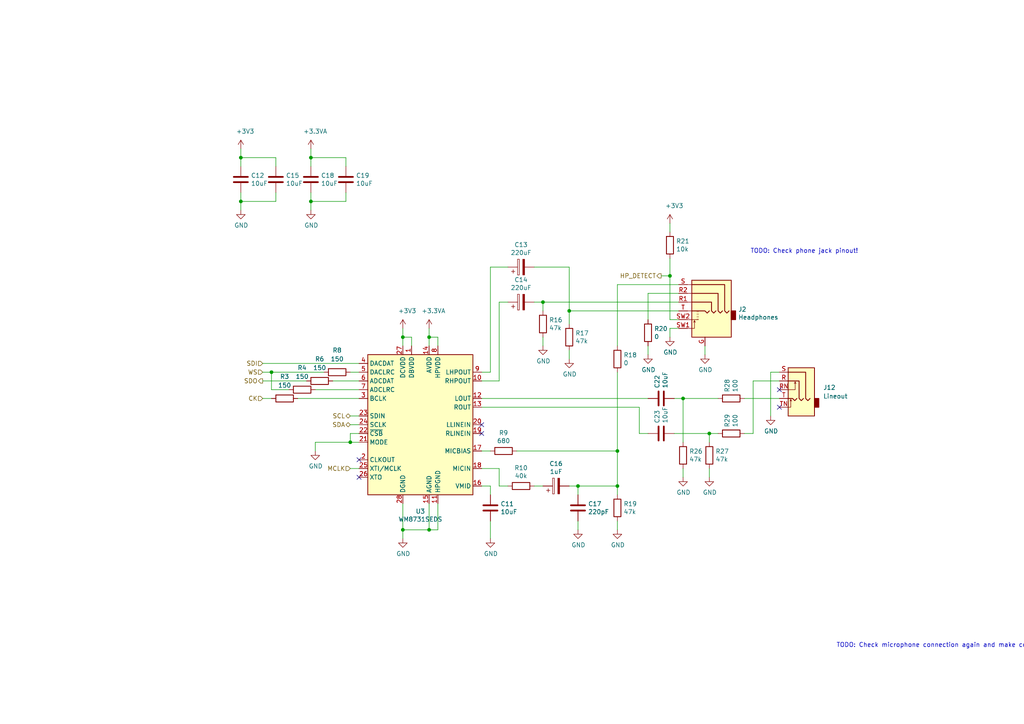
<source format=kicad_sch>
(kicad_sch (version 20210621) (generator eeschema)
  (paper "A4")
  (lib_symbols
    (symbol "Audio:WM8731SEDS"
      (property "Reference" "U" (at -13.97 21.59 0))
      (property "Value" "WM8731SEDS" (at 0 5.08 0))
      (symbol "WM8731SEDS_0_1"
        (rectangle (start -15.24 20.32) (end 15.24 -20.32) (stroke (width 0.254)) (fill (type background)))
      )
      (symbol "WM8731SEDS_1_1"
        (pin power_in line (at -2.54 22.86 270) (length 2.54) (name "DBVDD") (number "1"))
        (pin output line (at 17.78 12.7 180) (length 2.54) (name "RHPOUT") (number "10"))
        (pin power_in line (at 5.08 -22.86 90) (length 2.54) (name "HPGND") (number "11"))
        (pin output line (at 17.78 7.62 180) (length 2.54) (name "LOUT") (number "12"))
        (pin output line (at 17.78 5.08 180) (length 2.54) (name "ROUT") (number "13"))
        (pin power_in line (at 2.54 22.86 270) (length 2.54) (name "AVDD") (number "14"))
        (pin power_in line (at 2.54 -22.86 90) (length 2.54) (name "AGND") (number "15"))
        (pin passive line (at 17.78 -17.78 180) (length 2.54) (name "VMID") (number "16"))
        (pin output line (at 17.78 -7.62 180) (length 2.54) (name "MICBIAS") (number "17"))
        (pin input line (at 17.78 -12.7 180) (length 2.54) (name "MICIN") (number "18"))
        (pin input line (at 17.78 -2.54 180) (length 2.54) (name "RLINEIN") (number "19"))
        (pin output line (at -17.78 -10.16 0) (length 2.54) (name "CLKOUT") (number "2"))
        (pin input line (at 17.78 0 180) (length 2.54) (name "LLINEIN") (number "20"))
        (pin input line (at -17.78 -5.08 0) (length 2.54) (name "MODE") (number "21"))
        (pin input line (at -17.78 -2.54 0) (length 2.54) (name "~{CSB}") (number "22"))
        (pin bidirectional line (at -17.78 2.54 0) (length 2.54) (name "SDIN") (number "23"))
        (pin input line (at -17.78 0 0) (length 2.54) (name "SCLK") (number "24"))
        (pin input line (at -17.78 -12.7 0) (length 2.54) (name "XTI/MCLK") (number "25"))
        (pin output line (at -17.78 -15.24 0) (length 2.54) (name "XTO") (number "26"))
        (pin power_in line (at -5.08 22.86 270) (length 2.54) (name "DCVDD") (number "27"))
        (pin power_in line (at -5.08 -22.86 90) (length 2.54) (name "DGND") (number "28"))
        (pin bidirectional line (at -17.78 7.62 0) (length 2.54) (name "BCLK") (number "3"))
        (pin input line (at -17.78 17.78 0) (length 2.54) (name "DACDAT") (number "4"))
        (pin bidirectional line (at -17.78 15.24 0) (length 2.54) (name "DACLRC") (number "5"))
        (pin output line (at -17.78 12.7 0) (length 2.54) (name "ADCDAT") (number "6"))
        (pin bidirectional line (at -17.78 10.16 0) (length 2.54) (name "ADCLRC") (number "7"))
        (pin power_in line (at 5.08 22.86 270) (length 2.54) (name "HPVDD") (number "8"))
        (pin output line (at 17.78 15.24 180) (length 2.54) (name "LHPOUT") (number "9"))
      )
    )
    (symbol "Connector:AudioJack3_SwitchTR"
      (property "Reference" "J" (at 0 8.89 0))
      (property "Value" "AudioJack3_SwitchTR" (at 0 6.35 0))
      (symbol "AudioJack3_SwitchTR_0_1"
        (rectangle (start -5.08 -5.08) (end -6.35 -7.62) (stroke (width 0.254)) (fill (type outline)))
        (polyline (pts (xy 0.508 -0.254) (xy 0.762 -0.762)))
        (polyline (pts (xy 1.778 -5.334) (xy 2.032 -5.842)))
        (polyline (pts (xy 0 -5.08) (xy 0.635 -5.715) (xy 1.27 -5.08) (xy 2.54 -5.08)) (stroke (width 0.254)))
        (polyline (pts (xy 2.54 -7.62) (xy 1.778 -7.62) (xy 1.778 -5.334) (xy 1.524 -5.842)))
        (polyline (pts (xy 2.54 -2.54) (xy 0.508 -2.54) (xy 0.508 -0.254) (xy 0.254 -0.762)))
        (polyline (pts (xy -1.905 -5.08) (xy -1.27 -5.715) (xy -0.635 -5.08) (xy -0.635 0) (xy 2.54 0)) (stroke (width 0.254)))
        (polyline (pts (xy 2.54 2.54) (xy -2.54 2.54) (xy -2.54 -5.08) (xy -3.175 -5.715) (xy -3.81 -5.08)) (stroke (width 0.254)))
        (rectangle (start 2.54 3.81) (end -5.08 -10.16) (stroke (width 0.254)) (fill (type background)))
      )
      (symbol "AudioJack3_SwitchTR_1_1"
        (pin passive line (at 5.08 0 180) (length 2.54) (name "~") (number "R"))
        (pin passive line (at 5.08 -2.54 180) (length 2.54) (name "~") (number "RN"))
        (pin passive line (at 5.08 2.54 180) (length 2.54) (name "~") (number "S"))
        (pin passive line (at 5.08 -5.08 180) (length 2.54) (name "~") (number "T"))
        (pin passive line (at 5.08 -7.62 180) (length 2.54) (name "~") (number "TN"))
      )
    )
    (symbol "Device:C" (pin_numbers hide) (pin_names (offset 0.254))
      (property "Reference" "C" (at 0.635 2.54 0))
      (property "Value" "C" (at 0.635 -2.54 0))
      (symbol "C_0_1"
        (polyline (pts (xy -2.032 -0.762) (xy 2.032 -0.762)) (stroke (width 0.508)))
        (polyline (pts (xy -2.032 0.762) (xy 2.032 0.762)) (stroke (width 0.508)))
      )
      (symbol "C_1_1"
        (pin passive line (at 0 3.81 270) (length 2.794) (name "~") (number "1"))
        (pin passive line (at 0 -3.81 90) (length 2.794) (name "~") (number "2"))
      )
    )
    (symbol "Device:C_Polarized" (pin_numbers hide) (pin_names (offset 0.254))
      (property "Reference" "C" (at 0.635 2.54 0))
      (property "Value" "C_Polarized" (at 0.635 -2.54 0))
      (symbol "C_Polarized_0_1"
        (rectangle (start -2.286 0.508) (end 2.286 1.016))
        (polyline (pts (xy -1.778 2.286) (xy -0.762 2.286)))
        (polyline (pts (xy -1.27 2.794) (xy -1.27 1.778)))
        (rectangle (start 2.286 -0.508) (end -2.286 -1.016) (fill (type outline)))
      )
      (symbol "C_Polarized_1_1"
        (pin passive line (at 0 3.81 270) (length 2.794) (name "~") (number "1"))
        (pin passive line (at 0 -3.81 90) (length 2.794) (name "~") (number "2"))
      )
    )
    (symbol "Device:R" (pin_numbers hide) (pin_names (offset 0))
      (property "Reference" "R" (at 2.032 0 90))
      (property "Value" "R" (at 0 0 90))
      (symbol "R_0_1"
        (rectangle (start -1.016 -2.54) (end 1.016 2.54) (stroke (width 0.254)))
      )
      (symbol "R_1_1"
        (pin passive line (at 0 3.81 270) (length 1.27) (name "~") (number "1"))
        (pin passive line (at 0 -3.81 90) (length 1.27) (name "~") (number "2"))
      )
    )
    (symbol "HackAmp-Symbols:AudioJack4_Ground_IsolatedSwitch"
      (property "Reference" "J" (at 0 11.43 0))
      (property "Value" "AudioJack4_Ground_IsolatedSwitch" (at 0 8.89 0))
      (symbol "AudioJack4_Ground_IsolatedSwitch_0_1"
        (rectangle (start -7.62 -2.54) (end -8.89 -5.08) (stroke (width 0.254)) (fill (type outline)))
        (rectangle (start -7.62 6.35) (end 3.81 -10.16) (stroke (width 0.254)) (fill (type background)))
        (polyline (pts (xy 1.905 -5.08) (xy 1.905 -4.826)) (stroke (width 0.001)))
        (polyline (pts (xy 1.905 -4.445) (xy 1.905 -4.064)) (stroke (width 0.001)))
        (polyline (pts (xy 1.905 -3.683) (xy 1.905 -3.302)) (stroke (width 0.001)))
        (polyline (pts (xy 1.905 -2.921) (xy 1.905 -2.54)) (stroke (width 0.001)))
        (polyline (pts (xy 2.286 -5.08) (xy 2.286 -4.826)) (stroke (width 0.001)))
        (polyline (pts (xy 2.286 -4.445) (xy 2.286 -4.064)) (stroke (width 0.001)))
        (polyline (pts (xy 2.286 -3.683) (xy 2.286 -3.302)) (stroke (width 0.001)))
        (polyline (pts (xy 2.286 -2.921) (xy 2.286 -2.54)) (stroke (width 0.001)))
        (polyline (pts (xy 3.81 2.54) (xy 5.08 2.54)))
        (polyline (pts (xy 5.08 -5.08) (xy 1.905 -5.08)))
        (polyline (pts (xy 5.08 -2.54) (xy 3.81 -2.54)))
        (polyline (pts (xy 5.08 0) (xy 3.81 0)))
        (polyline (pts (xy 5.08 5.08) (xy 3.81 5.08)))
      )
      (symbol "AudioJack4_Ground_IsolatedSwitch_1_1"
        (polyline (pts (xy 3.048 -5.334) (xy 3.302 -5.842)))
        (polyline (pts (xy -1.27 -2.54) (xy -0.635 -3.175) (xy 0 -2.54) (xy 3.81 -2.54)) (stroke (width 0.254)))
        (polyline (pts (xy 5.08 -7.62) (xy 3.048 -7.62) (xy 3.048 -5.334) (xy 2.794 -5.842)))
        (polyline (pts (xy -3.175 -2.54) (xy -2.54 -3.175) (xy -1.905 -2.54) (xy -1.905 0) (xy 3.81 0)) (stroke (width 0.254)))
        (polyline (pts (xy 3.81 2.54) (xy -3.81 2.54) (xy -3.81 -2.54) (xy -4.445 -3.175) (xy -5.08 -2.54)) (stroke (width 0.254)))
        (polyline (pts (xy 3.81 5.08) (xy -5.715 5.08) (xy -5.715 -2.54) (xy -6.35 -3.175) (xy -6.985 -2.54)) (stroke (width 0.254)))
        (pin passive line (at 0 -12.7 90) (length 2.54) (name "~") (number "G"))
        (pin passive line (at 7.62 0 180) (length 2.54) (name "~") (number "R1"))
        (pin passive line (at 7.62 2.54 180) (length 2.54) (name "~") (number "R2"))
        (pin passive line (at 7.62 5.08 180) (length 2.54) (name "~") (number "S"))
        (pin passive line (at 7.62 -7.62 180) (length 2.54) (name "~") (number "SW1"))
        (pin passive line (at 7.62 -5.08 180) (length 2.54) (name "~") (number "SW2"))
        (pin passive line (at 7.62 -2.54 180) (length 2.54) (name "~") (number "T"))
      )
    )
    (symbol "power:+3.3VA" (power) (pin_names (offset 0))
      (property "Value" "+3.3VA" (at 0 3.556 0))
      (symbol "+3.3VA_0_1"
        (polyline (pts (xy -0.762 1.27) (xy 0 2.54)))
        (polyline (pts (xy 0 0) (xy 0 2.54)))
        (polyline (pts (xy 0 2.54) (xy 0.762 1.27)))
      )
      (symbol "+3.3VA_1_1"
        (pin power_in line (at 0 0 90) (length 0) hide (name "+3.3VA") (number "1"))
      )
    )
    (symbol "power:+3V3" (power) (pin_names (offset 0))
      (property "Value" "+3V3" (at 0 3.556 0))
      (symbol "+3V3_0_1"
        (polyline (pts (xy -0.762 1.27) (xy 0 2.54)))
        (polyline (pts (xy 0 0) (xy 0 2.54)))
        (polyline (pts (xy 0 2.54) (xy 0.762 1.27)))
      )
      (symbol "+3V3_1_1"
        (pin power_in line (at 0 0 90) (length 0) hide (name "+3V3") (number "1"))
      )
    )
    (symbol "power:GND" (power) (pin_names (offset 0))
      (property "Value" "GND" (at 0 -3.81 0))
      (symbol "GND_0_1"
        (polyline (pts (xy 0 0) (xy 0 -1.27) (xy 1.27 -1.27) (xy 0 -2.54) (xy -1.27 -1.27) (xy 0 -1.27)))
      )
      (symbol "GND_1_1"
        (pin power_in line (at 0 0 270) (length 0) hide (name "GND") (number "1"))
      )
    )
  )
  (junction (at 69.85 45.72) (diameter 0.9144))
  (junction (at 69.85 58.42) (diameter 0.9144))
  (junction (at 78.74 107.95) (diameter 0.9144))
  (junction (at 90.17 45.72) (diameter 0.9144))
  (junction (at 90.17 58.42) (diameter 0.9144))
  (junction (at 101.6 128.27) (diameter 0.9144))
  (junction (at 116.84 97.79) (diameter 0.9144))
  (junction (at 116.84 153.67) (diameter 0.9144))
  (junction (at 124.46 97.79) (diameter 0.9144))
  (junction (at 124.46 153.67) (diameter 0.9144))
  (junction (at 157.48 87.63) (diameter 0.9144))
  (junction (at 165.1 90.17) (diameter 0.9144))
  (junction (at 167.64 140.97) (diameter 0.9144))
  (junction (at 179.07 130.81) (diameter 0.9144))
  (junction (at 179.07 140.97) (diameter 0.9144))
  (junction (at 194.31 80.01) (diameter 0.9144))
  (junction (at 198.12 115.57))
  (junction (at 205.74 125.73))
  (no_connect (at 104.14 133.35))
  (no_connect (at 104.14 138.43))
  (no_connect (at 139.7 123.19))
  (no_connect (at 139.7 125.73))
  (no_connect (at 226.06 113.03))
  (no_connect (at 226.06 118.11))
  (wire (pts (xy 69.85 43.18) (xy 69.85 45.72)))
  (wire (pts (xy 69.85 45.72) (xy 80.01 45.72)))
  (wire (pts (xy 69.85 48.26) (xy 69.85 45.72)))
  (wire (pts (xy 69.85 55.88) (xy 69.85 58.42)))
  (wire (pts (xy 69.85 58.42) (xy 69.85 60.96)))
  (wire (pts (xy 69.85 58.42) (xy 80.01 58.42)))
  (wire (pts (xy 76.2 105.41) (xy 104.14 105.41)))
  (wire (pts (xy 76.2 107.95) (xy 78.74 107.95)))
  (wire (pts (xy 76.2 110.49) (xy 88.9 110.49)))
  (wire (pts (xy 76.2 115.57) (xy 78.74 115.57)))
  (wire (pts (xy 78.74 107.95) (xy 78.74 113.03)))
  (wire (pts (xy 78.74 107.95) (xy 93.98 107.95)))
  (wire (pts (xy 78.74 113.03) (xy 83.82 113.03)))
  (wire (pts (xy 80.01 48.26) (xy 80.01 45.72)))
  (wire (pts (xy 80.01 55.88) (xy 80.01 58.42)))
  (wire (pts (xy 86.36 115.57) (xy 104.14 115.57)))
  (wire (pts (xy 90.17 43.18) (xy 90.17 45.72)))
  (wire (pts (xy 90.17 45.72) (xy 100.33 45.72)))
  (wire (pts (xy 90.17 48.26) (xy 90.17 45.72)))
  (wire (pts (xy 90.17 58.42) (xy 90.17 55.88)))
  (wire (pts (xy 90.17 58.42) (xy 90.17 60.96)))
  (wire (pts (xy 90.17 58.42) (xy 100.33 58.42)))
  (wire (pts (xy 91.44 113.03) (xy 104.14 113.03)))
  (wire (pts (xy 91.44 128.27) (xy 101.6 128.27)))
  (wire (pts (xy 91.44 130.81) (xy 91.44 128.27)))
  (wire (pts (xy 96.52 110.49) (xy 104.14 110.49)))
  (wire (pts (xy 100.33 45.72) (xy 100.33 48.26)))
  (wire (pts (xy 100.33 58.42) (xy 100.33 55.88)))
  (wire (pts (xy 101.6 107.95) (xy 104.14 107.95)))
  (wire (pts (xy 101.6 120.65) (xy 104.14 120.65)))
  (wire (pts (xy 101.6 123.19) (xy 104.14 123.19)))
  (wire (pts (xy 101.6 125.73) (xy 101.6 128.27)))
  (wire (pts (xy 101.6 128.27) (xy 104.14 128.27)))
  (wire (pts (xy 101.6 135.89) (xy 104.14 135.89)))
  (wire (pts (xy 104.14 125.73) (xy 101.6 125.73)))
  (wire (pts (xy 116.84 95.25) (xy 116.84 97.79)))
  (wire (pts (xy 116.84 97.79) (xy 119.38 97.79)))
  (wire (pts (xy 116.84 100.33) (xy 116.84 97.79)))
  (wire (pts (xy 116.84 153.67) (xy 116.84 146.05)))
  (wire (pts (xy 116.84 153.67) (xy 116.84 156.21)))
  (wire (pts (xy 119.38 100.33) (xy 119.38 97.79)))
  (wire (pts (xy 124.46 95.25) (xy 124.46 97.79)))
  (wire (pts (xy 124.46 97.79) (xy 127 97.79)))
  (wire (pts (xy 124.46 100.33) (xy 124.46 97.79)))
  (wire (pts (xy 124.46 146.05) (xy 124.46 153.67)))
  (wire (pts (xy 124.46 153.67) (xy 116.84 153.67)))
  (wire (pts (xy 127 97.79) (xy 127 100.33)))
  (wire (pts (xy 127 146.05) (xy 127 153.67)))
  (wire (pts (xy 127 153.67) (xy 124.46 153.67)))
  (wire (pts (xy 139.7 107.95) (xy 142.24 107.95)))
  (wire (pts (xy 139.7 110.49) (xy 144.78 110.49)))
  (wire (pts (xy 139.7 115.57) (xy 187.96 115.57)))
  (wire (pts (xy 139.7 130.81) (xy 142.24 130.81)))
  (wire (pts (xy 139.7 135.89) (xy 144.78 135.89)))
  (wire (pts (xy 139.7 140.97) (xy 142.24 140.97)))
  (wire (pts (xy 142.24 77.47) (xy 147.32 77.47)))
  (wire (pts (xy 142.24 107.95) (xy 142.24 77.47)))
  (wire (pts (xy 142.24 143.51) (xy 142.24 140.97)))
  (wire (pts (xy 142.24 151.13) (xy 142.24 156.21)))
  (wire (pts (xy 144.78 87.63) (xy 147.32 87.63)))
  (wire (pts (xy 144.78 110.49) (xy 144.78 87.63)))
  (wire (pts (xy 144.78 135.89) (xy 144.78 140.97)))
  (wire (pts (xy 144.78 140.97) (xy 147.32 140.97)))
  (wire (pts (xy 154.94 77.47) (xy 165.1 77.47)))
  (wire (pts (xy 154.94 87.63) (xy 157.48 87.63)))
  (wire (pts (xy 154.94 140.97) (xy 157.48 140.97)))
  (wire (pts (xy 157.48 87.63) (xy 157.48 90.17)))
  (wire (pts (xy 157.48 97.79) (xy 157.48 100.33)))
  (wire (pts (xy 165.1 77.47) (xy 165.1 90.17)))
  (wire (pts (xy 165.1 90.17) (xy 165.1 93.98)))
  (wire (pts (xy 165.1 90.17) (xy 196.85 90.17)))
  (wire (pts (xy 165.1 104.14) (xy 165.1 101.6)))
  (wire (pts (xy 165.1 140.97) (xy 167.64 140.97)))
  (wire (pts (xy 167.64 140.97) (xy 167.64 143.51)))
  (wire (pts (xy 167.64 151.13) (xy 167.64 153.67)))
  (wire (pts (xy 179.07 82.55) (xy 179.07 100.33)))
  (wire (pts (xy 179.07 82.55) (xy 196.85 82.55)))
  (wire (pts (xy 179.07 107.95) (xy 179.07 130.81)))
  (wire (pts (xy 179.07 130.81) (xy 149.86 130.81)))
  (wire (pts (xy 179.07 140.97) (xy 167.64 140.97)))
  (wire (pts (xy 179.07 140.97) (xy 179.07 130.81)))
  (wire (pts (xy 179.07 143.51) (xy 179.07 140.97)))
  (wire (pts (xy 179.07 153.67) (xy 179.07 151.13)))
  (wire (pts (xy 185.42 118.11) (xy 139.7 118.11)))
  (wire (pts (xy 185.42 125.73) (xy 185.42 118.11)))
  (wire (pts (xy 187.96 85.09) (xy 187.96 92.71)))
  (wire (pts (xy 187.96 100.33) (xy 187.96 102.87)))
  (wire (pts (xy 187.96 125.73) (xy 185.42 125.73)))
  (wire (pts (xy 191.77 80.01) (xy 194.31 80.01)))
  (wire (pts (xy 194.31 64.77) (xy 194.31 67.31)))
  (wire (pts (xy 194.31 74.93) (xy 194.31 80.01)))
  (wire (pts (xy 194.31 80.01) (xy 194.31 92.71)))
  (wire (pts (xy 194.31 92.71) (xy 196.85 92.71)))
  (wire (pts (xy 194.31 95.25) (xy 194.31 97.79)))
  (wire (pts (xy 195.58 115.57) (xy 198.12 115.57)))
  (wire (pts (xy 195.58 125.73) (xy 205.74 125.73)))
  (wire (pts (xy 196.85 85.09) (xy 187.96 85.09)))
  (wire (pts (xy 196.85 87.63) (xy 157.48 87.63)))
  (wire (pts (xy 196.85 95.25) (xy 194.31 95.25)))
  (wire (pts (xy 198.12 115.57) (xy 198.12 128.27)))
  (wire (pts (xy 198.12 115.57) (xy 208.28 115.57)))
  (wire (pts (xy 198.12 135.89) (xy 198.12 138.43)))
  (wire (pts (xy 204.47 100.33) (xy 204.47 102.87)))
  (wire (pts (xy 205.74 125.73) (xy 205.74 128.27)))
  (wire (pts (xy 205.74 125.73) (xy 208.28 125.73)))
  (wire (pts (xy 205.74 135.89) (xy 205.74 138.43)))
  (wire (pts (xy 215.9 115.57) (xy 226.06 115.57)))
  (wire (pts (xy 215.9 125.73) (xy 218.44 125.73)))
  (wire (pts (xy 218.44 110.49) (xy 226.06 110.49)))
  (wire (pts (xy 218.44 125.73) (xy 218.44 110.49)))
  (wire (pts (xy 223.52 107.95) (xy 226.06 107.95)))
  (wire (pts (xy 223.52 120.65) (xy 223.52 107.95)))
  (text "TODO: Check microphone connection again and make configurable - other schematics connect only the ring!" (at 242.57 187.96 0) (effects (font (size 1.27 1.27)) (justify left bottom)))
  (text "TODO: Check phone jack pinout!" (at 248.92 73.66 180) (effects (font (size 1.27 1.27)) (justify right bottom)))
  (hierarchical_label "SDI" (shape input) (at 76.2 105.41 180))
  (hierarchical_label "WS" (shape input) (at 76.2 107.95 180))
  (hierarchical_label "SDO" (shape output) (at 76.2 110.49 180))
  (hierarchical_label "CK" (shape input) (at 76.2 115.57 180))
  (hierarchical_label "SCL" (shape bidirectional) (at 101.6 120.65 180))
  (hierarchical_label "SDA" (shape bidirectional) (at 101.6 123.19 180))
  (hierarchical_label "MCLK" (shape input) (at 101.6 135.89 180))
  (hierarchical_label "HP_DETECT" (shape output) (at 191.77 80.01 180))
  (symbol (lib_id "power:+3V3") (at 69.85 43.18 0) (unit 1)
    (property "Reference" "#PWR0103" (effects hide))
    (property "Value" "+3V3" (at 71.12 38.1 0))
  )
  (symbol (lib_id "power:+3.3VA") (at 90.17 43.18 0) (unit 1)
    (property "Reference" "#PWR0105" (effects hide))
    (property "Value" "+3.3VA" (at 91.44 38.1 0))
  )
  (symbol (lib_id "power:+3V3") (at 116.84 95.25 0) (unit 1)
    (property "Reference" "#PWR0132" (effects hide))
    (property "Value" "+3V3" (at 118.11 90.17 0))
  )
  (symbol (lib_id "power:+3.3VA") (at 124.46 95.25 0) (unit 1)
    (property "Reference" "#PWR0131" (effects hide))
    (property "Value" "+3.3VA" (at 125.73 90.17 0))
  )
  (symbol (lib_id "power:+3V3") (at 194.31 64.77 0) (unit 1)
    (property "Reference" "#PWR0124" (effects hide))
    (property "Value" "+3V3" (at 195.58 59.69 0))
  )
  (symbol (lib_id "power:GND") (at 69.85 60.96 0) (unit 1)
    (property "Reference" "#PWR0102" (effects hide))
    (property "Value" "GND" (at 69.977 65.3542 0))
  )
  (symbol (lib_id "power:GND") (at 90.17 60.96 0) (unit 1)
    (property "Reference" "#PWR0106" (effects hide))
    (property "Value" "GND" (at 90.297 65.3542 0))
  )
  (symbol (lib_id "power:GND") (at 91.44 130.81 0) (unit 1)
    (property "Reference" "#PWR0107" (effects hide))
    (property "Value" "GND" (at 91.567 135.2042 0))
  )
  (symbol (lib_id "power:GND") (at 116.84 156.21 0) (unit 1)
    (property "Reference" "#PWR0119" (effects hide))
    (property "Value" "GND" (at 116.967 160.6042 0))
  )
  (symbol (lib_id "power:GND") (at 142.24 156.21 0) (unit 1)
    (property "Reference" "#PWR0120" (effects hide))
    (property "Value" "GND" (at 142.367 160.6042 0))
  )
  (symbol (lib_id "power:GND") (at 157.48 100.33 0) (unit 1)
    (property "Reference" "#PWR0128" (effects hide))
    (property "Value" "GND" (at 157.607 104.7242 0))
  )
  (symbol (lib_id "power:GND") (at 165.1 104.14 0) (unit 1)
    (property "Reference" "#PWR0127" (effects hide))
    (property "Value" "GND" (at 165.227 108.5342 0))
  )
  (symbol (lib_id "power:GND") (at 167.64 153.67 0) (unit 1)
    (property "Reference" "#PWR0129" (effects hide))
    (property "Value" "GND" (at 167.767 158.0642 0))
  )
  (symbol (lib_id "power:GND") (at 179.07 153.67 0) (unit 1)
    (property "Reference" "#PWR0130" (effects hide))
    (property "Value" "GND" (at 179.197 158.0642 0))
  )
  (symbol (lib_id "power:GND") (at 187.96 102.87 0) (unit 1)
    (property "Reference" "#PWR0121" (effects hide))
    (property "Value" "GND" (at 188.087 107.2642 0))
  )
  (symbol (lib_id "power:GND") (at 194.31 97.79 0) (unit 1)
    (property "Reference" "#PWR0126" (effects hide))
    (property "Value" "GND" (at 194.437 102.1842 0))
  )
  (symbol (lib_id "power:GND") (at 198.12 138.43 0) (unit 1)
    (property "Reference" "#PWR0152" (effects hide))
    (property "Value" "GND" (at 198.247 142.8242 0))
  )
  (symbol (lib_id "power:GND") (at 204.47 102.87 0) (unit 1)
    (property "Reference" "#PWR0125" (effects hide))
    (property "Value" "GND" (at 204.597 107.2642 0))
  )
  (symbol (lib_id "power:GND") (at 205.74 138.43 0) (unit 1)
    (property "Reference" "#PWR0153" (effects hide))
    (property "Value" "GND" (at 205.867 142.8242 0))
  )
  (symbol (lib_id "power:GND") (at 223.52 120.65 0) (unit 1)
    (property "Reference" "#PWR0154" (effects hide))
    (property "Value" "GND" (at 223.647 125.0442 0))
  )
  (symbol (lib_id "Device:R") (at 82.55 115.57 90) (unit 1)
    (property "Reference" "R3" (at 82.55 109.22 90))
    (property "Value" "150" (at 82.55 111.76 90))
    (property "Footprint" "Resistor_SMD:R_0603_1608Metric" (effects hide))
  )
  (symbol (lib_id "Device:R") (at 87.63 113.03 90) (unit 1)
    (property "Reference" "R4" (at 87.63 106.68 90))
    (property "Value" "150" (at 87.63 109.22 90))
    (property "Footprint" "Resistor_SMD:R_0603_1608Metric" (effects hide))
  )
  (symbol (lib_id "Device:R") (at 92.71 110.49 90) (unit 1)
    (property "Reference" "R6" (at 92.71 104.14 90))
    (property "Value" "150" (at 92.71 106.68 90))
    (property "Footprint" "Resistor_SMD:R_0603_1608Metric" (effects hide))
  )
  (symbol (lib_id "Device:R") (at 97.79 107.95 90) (unit 1)
    (property "Reference" "R8" (at 97.79 101.6 90))
    (property "Value" "150" (at 97.79 104.14 90))
    (property "Footprint" "Resistor_SMD:R_0603_1608Metric" (effects hide))
  )
  (symbol (lib_id "Device:R") (at 146.05 130.81 270) (unit 1)
    (property "Reference" "R9" (at 146.05 125.5522 90))
    (property "Value" "680" (at 146.05 127.8636 90))
    (property "Footprint" "Resistor_SMD:R_0603_1608Metric" (effects hide))
  )
  (symbol (lib_id "Device:R") (at 151.13 140.97 270) (unit 1)
    (property "Reference" "R10" (at 151.13 135.7122 90))
    (property "Value" "40k" (at 151.13 138.0236 90))
    (property "Footprint" "Resistor_SMD:R_0603_1608Metric" (effects hide))
  )
  (symbol (lib_id "Device:R") (at 157.48 93.98 0) (unit 1)
    (property "Reference" "R16" (at 159.258 92.8116 0) (effects (justify left)))
    (property "Value" "47k" (at 159.258 95.123 0) (effects (justify left)))
    (property "Footprint" "Resistor_SMD:R_0603_1608Metric" (effects hide))
  )
  (symbol (lib_id "Device:R") (at 165.1 97.79 0) (unit 1)
    (property "Reference" "R17" (at 166.878 96.6216 0) (effects (justify left)))
    (property "Value" "47k" (at 166.878 98.933 0) (effects (justify left)))
    (property "Footprint" "Resistor_SMD:R_0603_1608Metric" (effects hide))
  )
  (symbol (lib_id "Device:R") (at 179.07 104.14 0) (unit 1)
    (property "Reference" "R18" (at 180.848 102.9716 0) (effects (justify left)))
    (property "Value" "0" (at 180.848 105.283 0) (effects (justify left)))
    (property "Footprint" "Resistor_SMD:R_0603_1608Metric" (effects hide))
  )
  (symbol (lib_id "Device:R") (at 179.07 147.32 0) (unit 1)
    (property "Reference" "R19" (at 180.848 146.1516 0) (effects (justify left)))
    (property "Value" "47k" (at 180.848 148.463 0) (effects (justify left)))
    (property "Footprint" "Resistor_SMD:R_0603_1608Metric" (effects hide))
  )
  (symbol (lib_id "Device:R") (at 187.96 96.52 0) (unit 1)
    (property "Reference" "R20" (at 189.738 95.3516 0) (effects (justify left)))
    (property "Value" "0" (at 189.738 97.663 0) (effects (justify left)))
    (property "Footprint" "Resistor_SMD:R_0603_1608Metric" (effects hide))
  )
  (symbol (lib_id "Device:R") (at 194.31 71.12 0) (unit 1)
    (property "Reference" "R21" (at 196.088 69.9516 0) (effects (justify left)))
    (property "Value" "10k" (at 196.088 72.263 0) (effects (justify left)))
    (property "Footprint" "Resistor_SMD:R_0603_1608Metric" (effects hide))
    (property "Mouser" "652-CR0603FX-1002ELF" (effects hide))
    (property "Part Name" "Bourns CR0603-FX-1002ELF" (effects hide))
  )
  (symbol (lib_id "Device:R") (at 198.12 132.08 0) (unit 1)
    (property "Reference" "R26" (at 199.898 130.9116 0) (effects (justify left)))
    (property "Value" "47k" (at 199.898 133.223 0) (effects (justify left)))
    (property "Footprint" "Resistor_SMD:R_0603_1608Metric" (effects hide))
  )
  (symbol (lib_id "Device:R") (at 205.74 132.08 0) (unit 1)
    (property "Reference" "R27" (at 207.518 130.9116 0) (effects (justify left)))
    (property "Value" "47k" (at 207.518 133.223 0) (effects (justify left)))
    (property "Footprint" "Resistor_SMD:R_0603_1608Metric" (effects hide))
  )
  (symbol (lib_id "Device:R") (at 212.09 115.57 90) (unit 1)
    (property "Reference" "R28" (at 210.9216 113.792 0) (effects (justify left)))
    (property "Value" "100" (at 213.233 113.792 0) (effects (justify left)))
    (property "Footprint" "Resistor_SMD:R_0603_1608Metric" (effects hide))
  )
  (symbol (lib_id "Device:R") (at 212.09 125.73 90) (unit 1)
    (property "Reference" "R29" (at 210.9216 123.952 0) (effects (justify left)))
    (property "Value" "100" (at 213.233 123.952 0) (effects (justify left)))
    (property "Footprint" "Resistor_SMD:R_0603_1608Metric" (effects hide))
  )
  (symbol (lib_id "Device:C") (at 69.85 52.07 0) (unit 1)
    (property "Reference" "C12" (at 72.771 50.9016 0) (effects (justify left)))
    (property "Value" "10uF" (at 72.771 53.213 0) (effects (justify left)))
    (property "Footprint" "Capacitor_SMD:C_0805_2012Metric" (effects hide))
    (property "Part Name" "Taiyo Yuden LMK212F106ZG-T" (effects hide))
    (property "Mouser" "963-LMK212F106ZG-T" (effects hide))
  )
  (symbol (lib_id "Device:C") (at 80.01 52.07 0) (unit 1)
    (property "Reference" "C15" (at 82.931 50.9016 0) (effects (justify left)))
    (property "Value" "10uF" (at 82.931 53.213 0) (effects (justify left)))
    (property "Footprint" "Capacitor_SMD:C_0805_2012Metric" (effects hide))
    (property "Part Name" "Taiyo Yuden LMK212F106ZG-T" (effects hide))
    (property "Mouser" "963-LMK212F106ZG-T" (effects hide))
  )
  (symbol (lib_id "Device:C") (at 90.17 52.07 0) (unit 1)
    (property "Reference" "C18" (at 93.091 50.9016 0) (effects (justify left)))
    (property "Value" "10uF" (at 93.091 53.213 0) (effects (justify left)))
    (property "Footprint" "Capacitor_SMD:C_0805_2012Metric" (effects hide))
    (property "Part Name" "Taiyo Yuden LMK212F106ZG-T" (effects hide))
    (property "Mouser" "963-LMK212F106ZG-T" (effects hide))
  )
  (symbol (lib_id "Device:C") (at 100.33 52.07 0) (unit 1)
    (property "Reference" "C19" (at 103.251 50.9016 0) (effects (justify left)))
    (property "Value" "10uF" (at 103.251 53.213 0) (effects (justify left)))
    (property "Footprint" "Capacitor_SMD:C_0805_2012Metric" (effects hide))
    (property "Part Name" "Taiyo Yuden LMK212F106ZG-T" (effects hide))
    (property "Mouser" "963-LMK212F106ZG-T" (effects hide))
  )
  (symbol (lib_id "Device:C") (at 142.24 147.32 0) (unit 1)
    (property "Reference" "C11" (at 145.161 146.1516 0) (effects (justify left)))
    (property "Value" "10uF" (at 145.161 148.463 0) (effects (justify left)))
    (property "Footprint" "Capacitor_SMD:C_0805_2012Metric" (effects hide))
    (property "Part Name" "Taiyo Yuden LMK212F106ZG-T" (effects hide))
    (property "Mouser" "963-LMK212F106ZG-T" (effects hide))
  )
  (symbol (lib_id "Device:C_Polarized") (at 151.13 77.47 90) (unit 1)
    (property "Reference" "C13" (at 151.13 70.993 90))
    (property "Value" "220uF" (at 151.13 73.3044 90))
    (property "Footprint" "Capacitor_SMD:CP_Elec_6.3x7.7" (effects hide))
    (property "Mouser" "140-VZL221M1CTR-0607" (effects hide))
    (property "Part Name" "Lelon VZL221M1CTR-0607" (effects hide))
  )
  (symbol (lib_id "Device:C_Polarized") (at 151.13 87.63 90) (unit 1)
    (property "Reference" "C14" (at 151.13 81.153 90))
    (property "Value" "220uF" (at 151.13 83.4644 90))
    (property "Footprint" "Capacitor_SMD:CP_Elec_6.3x7.7" (effects hide))
    (property "Mouser" "140-VZL221M1CTR-0607" (effects hide))
    (property "Part Name" "Lelon VZL221M1CTR-0607" (effects hide))
  )
  (symbol (lib_id "Device:C_Polarized") (at 161.29 140.97 90) (unit 1)
    (property "Reference" "C16" (at 161.29 134.493 90))
    (property "Value" "1uF" (at 161.29 136.8044 90))
    (property "Footprint" "Capacitor_SMD:CP_Elec_4x5.4" (effects hide))
    (property "Mouser" "710-865060640001" (effects hide))
    (property "Part Name" "Wurth 865060640001" (effects hide))
  )
  (symbol (lib_id "Device:C") (at 167.64 147.32 0) (unit 1)
    (property "Reference" "C17" (at 170.561 146.1516 0) (effects (justify left)))
    (property "Value" "220pF" (at 170.561 148.463 0) (effects (justify left)))
    (property "Footprint" "Capacitor_SMD:C_0603_1608Metric" (effects hide))
    (property "Part Name" "Vishay VJ0603A221JNAAO" (effects hide))
    (property "Mouser" "77-VJ0603A221JNAAO" (effects hide))
  )
  (symbol (lib_id "Device:C") (at 191.77 115.57 90) (unit 1)
    (property "Reference" "C22" (at 190.6016 112.649 0) (effects (justify left)))
    (property "Value" "10uF" (at 192.913 112.649 0) (effects (justify left)))
    (property "Footprint" "Capacitor_SMD:C_0805_2012Metric" (effects hide))
    (property "Part Name" "Taiyo Yuden LMK212F106ZG-T" (effects hide))
    (property "Mouser" "963-LMK212F106ZG-T" (effects hide))
  )
  (symbol (lib_id "Device:C") (at 191.77 125.73 90) (unit 1)
    (property "Reference" "C23" (at 190.6016 122.809 0) (effects (justify left)))
    (property "Value" "10uF" (at 192.913 122.809 0) (effects (justify left)))
    (property "Footprint" "Capacitor_SMD:C_0805_2012Metric" (effects hide))
    (property "Part Name" "Taiyo Yuden LMK212F106ZG-T" (effects hide))
    (property "Mouser" "963-LMK212F106ZG-T" (effects hide))
  )
  (symbol (lib_id "Connector:AudioJack3_SwitchTR") (at 231.14 110.49 0) (mirror y) (unit 1)
    (property "Reference" "J12" (at 238.76 112.3949 0) (effects (justify right)))
    (property "Value" "Lineout" (at 238.76 114.9349 0) (effects (justify right)))
    (property "Footprint" "HackAmp-Footprints:Jack_3.5mm_Switchcraft_35RASMT4BHNTRX_Horizontal" (effects hide))
  )
  (symbol (lib_id "HackAmp-Symbols:AudioJack4_Ground_IsolatedSwitch") (at 204.47 87.63 0) (mirror y) (unit 1)
    (property "Reference" "J2" (at 214.1221 89.7318 0) (effects (justify right)))
    (property "Value" "Headphones" (at 214.1221 92.0305 0) (effects (justify right)))
    (property "Footprint" "HackAmp-Footprints:Jack_3.5mm_CUI_SJ-435107RS_Horizontal" (effects hide))
    (property "Mouser" "490-SJ-435107RS" (effects hide))
    (property "Part Name" "CUI SJ-435107RS" (effects hide))
  )
  (symbol (lib_id "Audio:WM8731SEDS") (at 121.92 123.19 0) (unit 1)
    (property "Reference" "U3" (at 121.92 148.3106 0))
    (property "Value" "WM8731SEDS" (at 121.92 150.622 0))
    (property "Footprint" "Package_SO:SSOP-28_5.3x10.2mm_P0.65mm" (effects hide))
    (property "Datasheet" "https://statics.cirrus.com/pubs/proDatasheet/WM8731_v4.9.pdf" (effects hide))
    (property "Part Name" "Cirrus Logic WM8731SEDS/V\n" (effects hide))
    (property "Mouser" "238-WM8731SEDS/V\n" (effects hide))
  )
)
</source>
